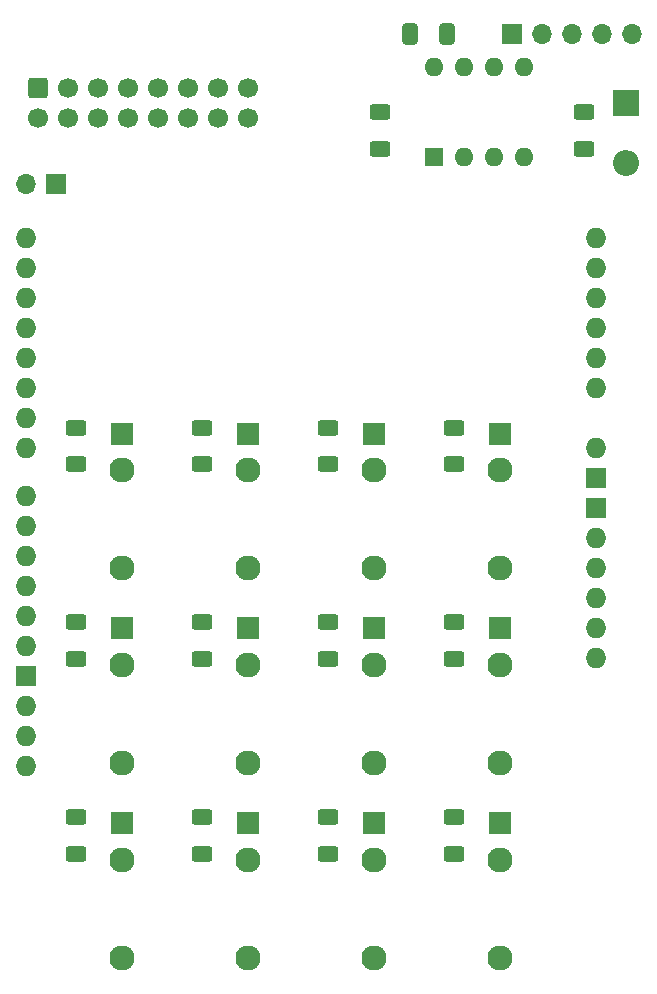
<source format=gbs>
G04 #@! TF.GenerationSoftware,KiCad,Pcbnew,7.0.1*
G04 #@! TF.CreationDate,2023-05-11T17:19:09+02:00*
G04 #@! TF.ProjectId,midi-interface,6d696469-2d69-46e7-9465-72666163652e,rev?*
G04 #@! TF.SameCoordinates,Original*
G04 #@! TF.FileFunction,Soldermask,Bot*
G04 #@! TF.FilePolarity,Negative*
%FSLAX46Y46*%
G04 Gerber Fmt 4.6, Leading zero omitted, Abs format (unit mm)*
G04 Created by KiCad (PCBNEW 7.0.1) date 2023-05-11 17:19:09*
%MOMM*%
%LPD*%
G01*
G04 APERTURE LIST*
G04 Aperture macros list*
%AMRoundRect*
0 Rectangle with rounded corners*
0 $1 Rounding radius*
0 $2 $3 $4 $5 $6 $7 $8 $9 X,Y pos of 4 corners*
0 Add a 4 corners polygon primitive as box body*
4,1,4,$2,$3,$4,$5,$6,$7,$8,$9,$2,$3,0*
0 Add four circle primitives for the rounded corners*
1,1,$1+$1,$2,$3*
1,1,$1+$1,$4,$5*
1,1,$1+$1,$6,$7*
1,1,$1+$1,$8,$9*
0 Add four rect primitives between the rounded corners*
20,1,$1+$1,$2,$3,$4,$5,0*
20,1,$1+$1,$4,$5,$6,$7,0*
20,1,$1+$1,$6,$7,$8,$9,0*
20,1,$1+$1,$8,$9,$2,$3,0*%
G04 Aperture macros list end*
%ADD10R,2.200000X2.200000*%
%ADD11O,2.200000X2.200000*%
%ADD12O,1.600000X1.600000*%
%ADD13R,1.600000X1.600000*%
%ADD14R,1.930000X1.830000*%
%ADD15C,2.130000*%
%ADD16R,1.700000X1.700000*%
%ADD17O,1.700000X1.700000*%
%ADD18O,1.727200X1.727200*%
%ADD19R,1.727200X1.727200*%
%ADD20RoundRect,0.250000X0.625000X-0.400000X0.625000X0.400000X-0.625000X0.400000X-0.625000X-0.400000X0*%
%ADD21RoundRect,0.250000X-0.412500X-0.650000X0.412500X-0.650000X0.412500X0.650000X-0.412500X0.650000X0*%
%ADD22RoundRect,0.250000X-0.625000X0.400000X-0.625000X-0.400000X0.625000X-0.400000X0.625000X0.400000X0*%
%ADD23RoundRect,0.250000X-0.600000X0.600000X-0.600000X-0.600000X0.600000X-0.600000X0.600000X0.600000X0*%
%ADD24C,1.700000*%
G04 APERTURE END LIST*
D10*
X146812000Y-72353818D03*
D11*
X146812000Y-77433818D03*
D12*
X130556000Y-69332000D03*
X133096000Y-69332000D03*
X135636000Y-69332000D03*
X138176000Y-69332000D03*
X138176000Y-76952000D03*
X135636000Y-76952000D03*
X133096000Y-76952000D03*
D13*
X130556000Y-76952000D03*
D14*
X114808000Y-116840000D03*
D15*
X114808000Y-128240000D03*
X114808000Y-119940000D03*
D14*
X125476000Y-116840000D03*
D15*
X125476000Y-128240000D03*
X125476000Y-119940000D03*
D16*
X98552000Y-79248000D03*
D17*
X96012000Y-79248000D03*
D14*
X104140000Y-116840000D03*
D15*
X104140000Y-128240000D03*
X104140000Y-119940000D03*
D14*
X125476000Y-133320000D03*
D15*
X125476000Y-144720000D03*
X125476000Y-136420000D03*
D14*
X104140000Y-100360000D03*
D15*
X104140000Y-111760000D03*
X104140000Y-103460000D03*
D14*
X136144000Y-133320000D03*
D15*
X136144000Y-144720000D03*
X136144000Y-136420000D03*
D14*
X125476000Y-100360000D03*
D15*
X125476000Y-111760000D03*
X125476000Y-103460000D03*
D14*
X136144000Y-100360000D03*
D15*
X136144000Y-111760000D03*
X136144000Y-103460000D03*
D14*
X114808000Y-100360000D03*
D15*
X114808000Y-111760000D03*
X114808000Y-103460000D03*
D14*
X104140000Y-133320000D03*
D15*
X104140000Y-144720000D03*
X104140000Y-136420000D03*
D14*
X136144000Y-116840000D03*
D15*
X136144000Y-128240000D03*
X136144000Y-119940000D03*
D14*
X114808000Y-133320000D03*
D15*
X114808000Y-144720000D03*
X114808000Y-136420000D03*
D18*
X144272000Y-119380000D03*
X144272000Y-111760000D03*
X144272000Y-109220000D03*
X144272000Y-96520000D03*
X144272000Y-93980000D03*
X144272000Y-91440000D03*
X144272000Y-88900000D03*
X144272000Y-86360000D03*
X144272000Y-83820000D03*
X96012000Y-123444000D03*
X96012000Y-83820000D03*
X96012000Y-86360000D03*
X96012000Y-88900000D03*
X96012000Y-91440000D03*
X96012000Y-93980000D03*
X96012000Y-96520000D03*
X96012000Y-99060000D03*
X96012000Y-101600000D03*
X96012000Y-105664000D03*
X96012000Y-108204000D03*
X96012000Y-110744000D03*
X96012000Y-113284000D03*
X96012000Y-115824000D03*
X96012000Y-118364000D03*
D19*
X96012000Y-120904000D03*
X144272000Y-106680000D03*
X144272000Y-104140000D03*
D18*
X144272000Y-116840000D03*
X144272000Y-114300000D03*
X96012000Y-128524000D03*
X96012000Y-125984000D03*
X144272000Y-101600000D03*
D20*
X110928000Y-119420000D03*
X110928000Y-116320000D03*
X125984000Y-76226000D03*
X125984000Y-73126000D03*
X132264000Y-119420000D03*
X132264000Y-116320000D03*
D21*
X128524000Y-66548000D03*
X131649000Y-66548000D03*
D20*
X121596000Y-102940000D03*
X121596000Y-99840000D03*
D22*
X143256000Y-73126000D03*
X143256000Y-76226000D03*
D23*
X97028000Y-71120000D03*
D24*
X97028000Y-73660000D03*
X99568000Y-71120000D03*
X99568000Y-73660000D03*
X102108000Y-71120000D03*
X102108000Y-73660000D03*
X104648000Y-71120000D03*
X104648000Y-73660000D03*
X107188000Y-71120000D03*
X107188000Y-73660000D03*
X109728000Y-71120000D03*
X109728000Y-73660000D03*
X112268000Y-71120000D03*
X112268000Y-73660000D03*
X114808000Y-71120000D03*
X114808000Y-73660000D03*
D16*
X137160000Y-66548000D03*
D17*
X139700000Y-66548000D03*
X142240000Y-66548000D03*
X144780000Y-66548000D03*
X147320000Y-66548000D03*
D20*
X100260000Y-102940000D03*
X100260000Y-99840000D03*
X110928000Y-102940000D03*
X110928000Y-99840000D03*
X100260000Y-119432000D03*
X100260000Y-116332000D03*
X121596000Y-135900000D03*
X121596000Y-132800000D03*
X121596000Y-119420000D03*
X121596000Y-116320000D03*
X132264000Y-135900000D03*
X132264000Y-132800000D03*
X110928000Y-135900000D03*
X110928000Y-132800000D03*
X132264000Y-102940000D03*
X132264000Y-99840000D03*
X100260000Y-135900000D03*
X100260000Y-132800000D03*
M02*

</source>
